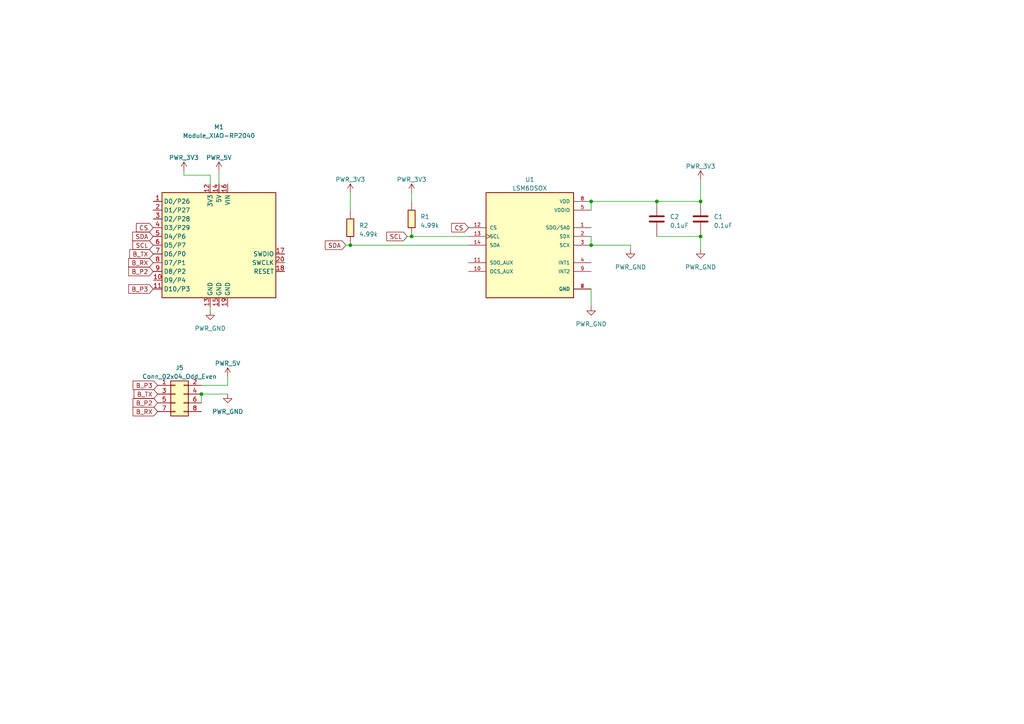
<source format=kicad_sch>
(kicad_sch (version 20230121) (generator eeschema)
  (paper "A4")
  (lib_symbols
    (symbol "Connector_Generic:Conn_02x04_Odd_Even" (pin_names (offset 1.016) hide)
      (property "Reference" "J" (at 1.27 5.08 0))
      (property "Value" "Conn_02x04_Odd_Even" (at 1.27 -7.62 0))
      (symbol "Conn_02x04_Odd_Even_1_1"
        (rectangle (start -1.27 -4.953) (end 0 -5.207) (stroke (width 0.1524)))
        (rectangle (start -1.27 -2.413) (end 0 -2.667) (stroke (width 0.1524)))
        (rectangle (start -1.27 0.127) (end 0 -0.127) (stroke (width 0.1524)))
        (rectangle (start -1.27 2.667) (end 0 2.413) (stroke (width 0.1524)))
        (rectangle (start -1.27 3.81) (end 3.81 -6.35) (stroke (width 0.254)) (fill (type background)))
        (rectangle (start 3.81 -4.953) (end 2.54 -5.207) (stroke (width 0.1524)))
        (rectangle (start 3.81 -2.413) (end 2.54 -2.667) (stroke (width 0.1524)))
        (rectangle (start 3.81 0.127) (end 2.54 -0.127) (stroke (width 0.1524)))
        (rectangle (start 3.81 2.667) (end 2.54 2.413) (stroke (width 0.1524)))
        (pin passive line (at -5.08 2.54 0) (length 3.81) (name "Pin_1") (number "1"))
        (pin passive line (at 7.62 2.54 180) (length 3.81) (name "Pin_2") (number "2"))
        (pin passive line (at -5.08 0 0) (length 3.81) (name "Pin_3") (number "3"))
        (pin passive line (at 7.62 0 180) (length 3.81) (name "Pin_4") (number "4"))
        (pin passive line (at -5.08 -2.54 0) (length 3.81) (name "Pin_5") (number "5"))
        (pin passive line (at 7.62 -2.54 180) (length 3.81) (name "Pin_6") (number "6"))
        (pin passive line (at -5.08 -5.08 0) (length 3.81) (name "Pin_7") (number "7"))
        (pin passive line (at 7.62 -5.08 180) (length 3.81) (name "Pin_8") (number "8"))
      )
    )
    (symbol "LSM6DSOX:LSM6DSOX" (pin_names (offset 1.016))
      (property "Reference" "U" (at -12.7 16.002 0))
      (property "Value" "LSM6DSOX" (at -12.7 -17.78 0))
      (symbol "LSM6DSOX_0_0"
        (rectangle (start -12.7 -15.24) (end 12.7 15.24) (stroke (width 0.254)) (fill (type background)))
        (pin bidirectional line (at 17.78 5.08 180) (length 5.08) (name "SDO/SA0") (number "1"))
        (pin bidirectional line (at -17.78 -7.62 0) (length 5.08) (name "OCS_AUX") (number "10"))
        (pin bidirectional line (at -17.78 -5.08 0) (length 5.08) (name "SDO_AUX") (number "11"))
        (pin input line (at -17.78 5.08 0) (length 5.08) (name "CS") (number "12"))
        (pin input clock (at -17.78 2.54 0) (length 5.08) (name "SCL") (number "13"))
        (pin bidirectional line (at -17.78 0 0) (length 5.08) (name "SDA") (number "14"))
        (pin bidirectional line (at 17.78 2.54 180) (length 5.08) (name "SDX") (number "2"))
        (pin bidirectional line (at 17.78 0 180) (length 5.08) (name "SCX") (number "3"))
        (pin output line (at 17.78 -5.08 180) (length 5.08) (name "INT1") (number "4"))
        (pin power_in line (at 17.78 10.16 180) (length 5.08) (name "VDDIO") (number "5"))
        (pin power_in line (at 17.78 -12.7 180) (length 5.08) (name "GND") (number "6"))
        (pin power_in line (at 17.78 -12.7 180) (length 5.08) (name "GND") (number "7"))
        (pin power_in line (at 17.78 12.7 180) (length 5.08) (name "VDD") (number "8"))
        (pin output line (at 17.78 -7.62 180) (length 5.08) (name "INT2") (number "9"))
      )
    )
    (symbol "fab:C_1206" (pin_numbers hide)
      (property "Reference" "C" (at 0.635 2.54 0))
      (property "Value" "C_1206" (at 0.635 -2.54 0))
      (symbol "C_1206_0_1"
        (polyline (pts (xy -2.032 -0.762) (xy 2.032 -0.762)) (stroke (width 0.508)))
        (polyline (pts (xy -2.032 0.762) (xy 2.032 0.762)) (stroke (width 0.508)))
        (polyline (pts (xy 0 -0.635) (xy 0 -2.54)))
        (polyline (pts (xy 0 0.635) (xy 0 2.54)))
      )
      (symbol "C_1206_1_1"
        (pin passive line (at 0 5.08 270) (length 2.54) (name "~") (number "1"))
        (pin passive line (at 0 -5.08 90) (length 2.54) (name "~") (number "2"))
      )
    )
    (symbol "fab:Module_XIAO-RP2040"
      (property "Reference" "M1" (at 0 34.29 0))
      (property "Value" "Module_XIAO-RP2040" (at 0 31.75 0))
      (symbol "Module_XIAO-RP2040_1_1"
        (rectangle (start -16.51 15.24) (end 16.51 -15.24) (stroke (width 0.254)) (fill (type background)))
        (pin bidirectional line (at -19.05 12.7 0) (length 2.54) (name "D0/P26") (number "1"))
        (pin bidirectional line (at -19.05 -10.16 0) (length 2.54) (name "D9/P4") (number "10"))
        (pin bidirectional line (at -19.05 -12.7 0) (length 2.54) (name "D10/P3") (number "11"))
        (pin power_in line (at -2.54 17.78 270) (length 2.54) (name "3V3") (number "12"))
        (pin power_in line (at -2.54 -17.78 90) (length 2.54) (name "GND") (number "13"))
        (pin power_in line (at 0 17.78 270) (length 2.54) (name "5V") (number "14"))
        (pin power_in line (at 0 -17.78 90) (length 2.54) (name "GND") (number "15"))
        (pin power_in line (at 2.54 17.78 270) (length 2.54) (name "VIN") (number "16"))
        (pin bidirectional line (at 19.05 -2.54 180) (length 2.54) (name "SWDIO") (number "17"))
        (pin input line (at 19.05 -7.62 180) (length 2.54) (name "RESET") (number "18"))
        (pin power_in line (at 2.54 -17.78 90) (length 2.54) (name "GND") (number "19"))
        (pin bidirectional line (at -19.05 10.16 0) (length 2.54) (name "D1/P27") (number "2"))
        (pin input line (at 19.05 -5.08 180) (length 2.54) (name "SWCLK") (number "20"))
        (pin bidirectional line (at -19.05 7.62 0) (length 2.54) (name "D2/P28") (number "3"))
        (pin bidirectional line (at -19.05 5.08 0) (length 2.54) (name "D3/P29") (number "4"))
        (pin bidirectional line (at -19.05 2.54 0) (length 2.54) (name "D4/P6") (number "5"))
        (pin bidirectional line (at -19.05 0 0) (length 2.54) (name "D5/P7") (number "6"))
        (pin bidirectional line (at -19.05 -2.54 0) (length 2.54) (name "D6/P0") (number "7"))
        (pin bidirectional line (at -19.05 -5.08 0) (length 2.54) (name "D7/P1") (number "8"))
        (pin bidirectional line (at -19.05 -7.62 0) (length 2.54) (name "D8/P2") (number "9"))
      )
    )
    (symbol "fab:PWR_3V3" (power) (pin_names (offset 0))
      (property "Value" "PWR_3V3" (at 0 3.556 0))
      (symbol "PWR_3V3_0_1"
        (polyline (pts (xy -0.762 1.27) (xy 0 2.54)))
        (polyline (pts (xy 0 0) (xy 0 2.54)))
        (polyline (pts (xy 0 2.54) (xy 0.762 1.27)))
      )
      (symbol "PWR_3V3_1_1"
        (pin power_in line (at 0 0 90) (length 0) hide (name "PWR_3V3") (number "1"))
      )
    )
    (symbol "fab:PWR_5V" (power) (pin_names (offset 0))
      (property "Value" "PWR_5V" (at 0 3.556 0))
      (symbol "PWR_5V_0_1"
        (polyline (pts (xy -0.762 1.27) (xy 0 2.54)))
        (polyline (pts (xy 0 0) (xy 0 2.54)))
        (polyline (pts (xy 0 2.54) (xy 0.762 1.27)))
      )
      (symbol "PWR_5V_1_1"
        (pin power_in line (at 0 0 90) (length 0) hide (name "PWR_5V") (number "1"))
      )
    )
    (symbol "fab:PWR_GND" (power) (pin_names (offset 0))
      (property "Value" "PWR_GND" (at 0 -3.81 0))
      (symbol "PWR_GND_0_1"
        (polyline (pts (xy 0 0) (xy 0 -1.27) (xy 1.27 -1.27) (xy 0 -2.54) (xy -1.27 -1.27) (xy 0 -1.27)))
      )
      (symbol "PWR_GND_1_1"
        (pin power_in line (at 0 0 270) (length 0) hide (name "PWR_GND") (number "1"))
      )
    )
    (symbol "fab:R_1206" (pin_numbers hide) (pin_names (offset 0))
      (property "Reference" "R" (at 2.54 0 90))
      (property "Value" "R_1206" (at -2.54 0 90))
      (symbol "R_1206_0_1"
        (rectangle (start -1.016 -2.54) (end 1.016 2.54) (stroke (width 0.254)) (fill (type background)))
      )
      (symbol "R_1206_1_1"
        (pin passive line (at 0 5.08 270) (length 2.54) (name "~") (number "1"))
        (pin passive line (at 0 -5.08 90) (length 2.54) (name "~") (number "2"))
      )
    )
  )
  (junction (at 171.45 58.42))
  (junction (at 171.45 71.12))
  (junction (at 203.2 68.58))
  (junction (at 58.42 114.3))
  (junction (at 203.2 58.42))
  (junction (at 190.5 58.42))
  (junction (at 119.38 68.58))
  (junction (at 101.6 71.12))
  (wire (pts (xy 58.42 114.3) (xy 66.04 114.3)))
  (wire (pts (xy 118.11 68.58) (xy 119.38 68.58)))
  (wire (pts (xy 63.5 49.53) (xy 63.5 53.34)))
  (wire (pts (xy 66.04 111.76) (xy 58.42 111.76)))
  (wire (pts (xy 58.42 114.3) (xy 58.42 116.84)))
  (wire (pts (xy 60.96 50.8) (xy 60.96 53.34)))
  (wire (pts (xy 53.34 50.8) (xy 60.96 50.8)))
  (wire (pts (xy 119.38 68.58) (xy 135.89 68.58)))
  (wire (pts (xy 203.2 52.07) (xy 203.2 58.42)))
  (wire (pts (xy 203.2 68.58) (xy 190.5 68.58)))
  (wire (pts (xy 171.45 58.42) (xy 190.5 58.42)))
  (wire (pts (xy 203.2 72.39) (xy 203.2 68.58)))
  (wire (pts (xy 101.6 71.12) (xy 135.89 71.12)))
  (wire (pts (xy 171.45 71.12) (xy 182.88 71.12)))
  (wire (pts (xy 190.5 58.42) (xy 203.2 58.42)))
  (wire (pts (xy 182.88 71.12) (xy 182.88 72.39)))
  (wire (pts (xy 53.34 50.8) (xy 53.34 49.53)))
  (wire (pts (xy 171.45 68.58) (xy 171.45 71.12)))
  (wire (pts (xy 101.6 55.88) (xy 101.6 60.96)))
  (wire (pts (xy 171.45 58.42) (xy 171.45 60.96)))
  (wire (pts (xy 171.45 88.9) (xy 171.45 83.82)))
  (wire (pts (xy 60.96 90.17) (xy 60.96 88.9)))
  (wire (pts (xy 66.04 109.22) (xy 66.04 111.76)))
  (wire (pts (xy 100.33 71.12) (xy 101.6 71.12)))
  (wire (pts (xy 119.38 58.42) (xy 119.38 55.88)))
  (global_label "CS" (shape input) (at 135.89 66.04 180) (property "Intersheetrefs" "${INTERSHEET_REFS}" (effects hide)))
  (global_label "B_TX" (shape input) (at 44.45 73.66 180) (property "Intersheetrefs" "${INTERSHEET_REFS}" (effects hide)))
  (global_label "B_P3" (shape input) (at 45.72 111.76 180) (property "Intersheetrefs" "${INTERSHEET_REFS}" (effects hide)))
  (global_label "CS" (shape input) (at 44.45 66.04 180) (property "Intersheetrefs" "${INTERSHEET_REFS}" (effects hide)))
  (global_label "SDA" (shape input) (at 44.45 68.58 180) (property "Intersheetrefs" "${INTERSHEET_REFS}" (effects hide)))
  (global_label "B_P2" (shape input) (at 45.72 116.84 180) (property "Intersheetrefs" "${INTERSHEET_REFS}" (effects hide)))
  (global_label "B_P2" (shape input) (at 44.45 78.74 180) (property "Intersheetrefs" "${INTERSHEET_REFS}" (effects hide)))
  (global_label "B_TX" (shape input) (at 45.72 114.3 180) (property "Intersheetrefs" "${INTERSHEET_REFS}" (effects hide)))
  (global_label "B_RX" (shape input) (at 45.72 119.38 180) (property "Intersheetrefs" "${INTERSHEET_REFS}" (effects hide)))
  (global_label "B_P3" (shape input) (at 44.45 83.82 180) (property "Intersheetrefs" "${INTERSHEET_REFS}" (effects hide)))
  (global_label "B_RX" (shape input) (at 44.45 76.2 180) (property "Intersheetrefs" "${INTERSHEET_REFS}" (effects hide)))
  (global_label "SCL" (shape input) (at 44.45 71.12 180) (property "Intersheetrefs" "${INTERSHEET_REFS}" (effects hide)))
  (global_label "SCL" (shape input) (at 118.11 68.58 180) (property "Intersheetrefs" "${INTERSHEET_REFS}" (effects hide)))
  (global_label "SDA" (shape input) (at 100.33 71.12 180) (property "Intersheetrefs" "${INTERSHEET_REFS}" (effects hide)))
  (symbol (lib_id "fab:C_1206") (at 203.2 63.5 0) (unit 1)
    (property "Reference" "C1" (at 207.01 62.865 0) (effects (justify left)))
    (property "Value" "0.1uF" (at 207.01 65.405 0) (effects (justify left)))
    (property "Footprint" "fab:C_1206" (effects hide))
    (property "Datasheet" "https://www.yageo.com/upload/media/product/productsearch/datasheet/mlcc/UPY-GP_NP0_16V-to-50V_18.pdf" (effects hide))
  )
  (symbol (lib_id "LSM6DSOX:LSM6DSOX") (at 153.67 71.12 0) (unit 1)
    (property "Reference" "U1" (at 153.67 52.07 0))
    (property "Value" "LSM6DSOX" (at 153.67 54.61 0))
    (property "Footprint" "LSM6DSOX:PQFN50P250X300X86-14N" (effects hide))
    (property "MF" "STMicroelectronics" (effects hide))
    (property "Description" "\n3D Accelerometer and 3D Gyroscope Sensor Digital Output 1.8V 14-Pin LGA T/R\n" (effects hide))
    (property "Package" "VFLGA-14 STMicroelectronics" (effects hide))
    (property "Price" "None" (effects hide))
    (property "Check_prices" "https://www.snapeda.com/parts/LSM6DSOX/STMicroelectronics/view-part/?ref=eda" (effects hide))
    (property "STANDARD" "IPC7351B" (effects hide))
    (property "PARTREV" "3.0" (effects hide))
    (property "SnapEDA_Link" "https://www.snapeda.com/parts/LSM6DSOX/STMicroelectronics/view-part/?ref=snap" (effects hide))
    (property "MP" "LSM6DSOX" (effects hide))
    (property "Availability" "In Stock" (effects hide))
    (property "MANUFACTURER" "ST Microelectronics" (effects hide))
  )
  (symbol (lib_id "fab:PWR_GND") (at 66.04 114.3 0) (unit 1)
    (property "Reference" "#PWR08" (effects hide))
    (property "Value" "PWR_GND" (at 66.04 119.38 0))
  )
  (symbol (lib_id "fab:PWR_3V3") (at 53.34 49.53 0) (unit 1)
    (property "Reference" "#PWR06" (effects hide))
    (property "Value" "PWR_3V3" (at 53.34 45.72 0))
  )
  (symbol (lib_id "fab:R_1206") (at 101.6 66.04 0) (unit 1)
    (property "Reference" "R2" (at 104.14 65.405 0) (effects (justify left)))
    (property "Value" "4.99k" (at 104.14 67.945 0) (effects (justify left)))
    (property "Footprint" "fab:R_1206" (effects hide))
  )
  (symbol (lib_id "Connector_Generic:Conn_02x04_Odd_Even") (at 50.8 114.3 0) (unit 1)
    (property "Reference" "J5" (at 52.07 106.68 0))
    (property "Value" "Conn_02x04_Odd_Even" (at 52.07 109.22 0))
    (property "Footprint" "fab:PinHeader_2x04_P2.54mm_Vertical_pinch" (effects hide))
  )
  (symbol (lib_id "fab:R_1206") (at 119.38 63.5 0) (unit 1)
    (property "Reference" "R1" (at 121.92 62.865 0) (effects (justify left)))
    (property "Value" "4.99k" (at 121.92 65.405 0) (effects (justify left)))
    (property "Footprint" "fab:R_1206" (effects hide))
  )
  (symbol (lib_id "fab:PWR_GND") (at 171.45 88.9 0) (unit 1)
    (property "Reference" "#PWR013" (effects hide))
    (property "Value" "PWR_GND" (at 171.45 93.98 0))
  )
  (symbol (lib_id "fab:PWR_3V3") (at 101.6 55.88 0) (unit 1)
    (property "Reference" "#PWR011" (effects hide))
    (property "Value" "PWR_3V3" (at 101.6 52.07 0))
  )
  (symbol (lib_id "fab:PWR_3V3") (at 119.38 55.88 0) (unit 1)
    (property "Reference" "#PWR01" (effects hide))
    (property "Value" "PWR_3V3" (at 119.38 52.07 0))
  )
  (symbol (lib_id "fab:PWR_GND") (at 182.88 72.39 0) (unit 1)
    (property "Reference" "#PWR012" (effects hide))
    (property "Value" "PWR_GND" (at 182.88 77.47 0))
  )
  (symbol (lib_id "fab:Module_XIAO-RP2040") (at 63.5 71.12 0) (unit 1)
    (property "Reference" "M1" (at 63.5 36.83 0))
    (property "Value" "Module_XIAO-RP2040" (at 63.5 39.37 0))
    (property "Footprint" "fab:SeeedStudio_XIAO_RP2040_SMD" (effects hide))
    (property "Datasheet" "https://wiki.seeedstudio.com/XIAO-RP2040/" (effects hide))
  )
  (symbol (lib_id "fab:PWR_5V") (at 66.04 109.22 0) (unit 1)
    (property "Reference" "#PWR07" (effects hide))
    (property "Value" "PWR_5V" (at 66.04 105.41 0))
  )
  (symbol (lib_id "fab:PWR_3V3") (at 203.2 52.07 0) (unit 1)
    (property "Reference" "#PWR03" (effects hide))
    (property "Value" "PWR_3V3" (at 203.2 48.26 0))
  )
  (symbol (lib_id "fab:PWR_GND") (at 203.2 72.39 0) (unit 1)
    (property "Reference" "#PWR04" (effects hide))
    (property "Value" "PWR_GND" (at 203.2 77.47 0))
  )
  (symbol (lib_id "fab:PWR_5V") (at 63.5 49.53 0) (unit 1)
    (property "Reference" "#PWR05" (effects hide))
    (property "Value" "PWR_5V" (at 63.5 45.72 0))
  )
  (symbol (lib_id "fab:PWR_GND") (at 60.96 90.17 0) (unit 1)
    (property "Reference" "#PWR02" (effects hide))
    (property "Value" "PWR_GND" (at 60.96 95.25 0))
  )
  (symbol (lib_id "fab:C_1206") (at 190.5 63.5 0) (unit 1)
    (property "Reference" "C2" (at 194.31 62.865 0) (effects (justify left)))
    (property "Value" "0.1uF" (at 194.31 65.405 0) (effects (justify left)))
    (property "Footprint" "fab:C_1206" (effects hide))
    (property "Datasheet" "https://www.yageo.com/upload/media/product/productsearch/datasheet/mlcc/UPY-GP_NP0_16V-to-50V_18.pdf" (effects hide))
  )
)
</source>
